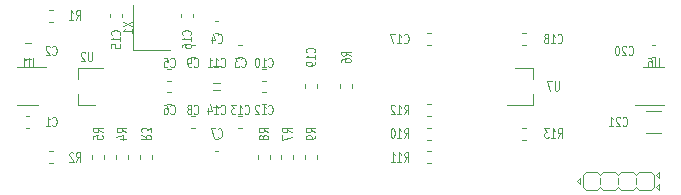
<source format=gbr>
G04 #@! TF.GenerationSoftware,KiCad,Pcbnew,(5.1.0)-1*
G04 #@! TF.CreationDate,2020-02-07T04:27:50-08:00*
G04 #@! TF.ProjectId,design,64657369-676e-42e6-9b69-6361645f7063,rev?*
G04 #@! TF.SameCoordinates,Original*
G04 #@! TF.FileFunction,Legend,Bot*
G04 #@! TF.FilePolarity,Positive*
%FSLAX46Y46*%
G04 Gerber Fmt 4.6, Leading zero omitted, Abs format (unit mm)*
G04 Created by KiCad (PCBNEW (5.1.0)-1) date 2020-02-07 04:27:50*
%MOMM*%
%LPD*%
G04 APERTURE LIST*
%ADD10C,0.120000*%
%ADD11C,0.100000*%
G04 APERTURE END LIST*
D10*
X200100000Y-54390000D02*
X201900000Y-54390000D01*
X201900000Y-57610000D02*
X199450000Y-57610000D01*
X200837221Y-53510000D02*
X201162779Y-53510000D01*
X200837221Y-52490000D02*
X201162779Y-52490000D01*
X154990000Y-50162779D02*
X154990000Y-49837221D01*
X156010000Y-50162779D02*
X156010000Y-49837221D01*
X162010000Y-50162779D02*
X162010000Y-49837221D01*
X160990000Y-50162779D02*
X160990000Y-49837221D01*
X160075000Y-52900000D02*
X156925000Y-52900000D01*
X156925000Y-52900000D02*
X156925000Y-49100000D01*
X175510000Y-55837221D02*
X175510000Y-56162779D01*
X174490000Y-55837221D02*
X174490000Y-56162779D01*
X189837221Y-60510000D02*
X190162779Y-60510000D01*
X189837221Y-59490000D02*
X190162779Y-59490000D01*
X165837221Y-53510000D02*
X166162779Y-53510000D01*
X165837221Y-52490000D02*
X166162779Y-52490000D01*
X163837221Y-50490000D02*
X164162779Y-50490000D01*
X163837221Y-51510000D02*
X164162779Y-51510000D01*
X159837221Y-55510000D02*
X160162779Y-55510000D01*
X159837221Y-54490000D02*
X160162779Y-54490000D01*
X159837221Y-57510000D02*
X160162779Y-57510000D01*
X159837221Y-56490000D02*
X160162779Y-56490000D01*
X163837221Y-60490000D02*
X164162779Y-60490000D01*
X163837221Y-61510000D02*
X164162779Y-61510000D01*
X161837221Y-58490000D02*
X162162779Y-58490000D01*
X161837221Y-59510000D02*
X162162779Y-59510000D01*
X167837221Y-55510000D02*
X168162779Y-55510000D01*
X167837221Y-54490000D02*
X168162779Y-54490000D01*
X164258578Y-54290000D02*
X163741422Y-54290000D01*
X164258578Y-55710000D02*
X163741422Y-55710000D01*
X153490000Y-62162779D02*
X153490000Y-61837221D01*
X154510000Y-62162779D02*
X154510000Y-61837221D01*
X156510000Y-62162779D02*
X156510000Y-61837221D01*
X155490000Y-62162779D02*
X155490000Y-61837221D01*
X158510000Y-62162779D02*
X158510000Y-61837221D01*
X157490000Y-62162779D02*
X157490000Y-61837221D01*
X162162779Y-53510000D02*
X161837221Y-53510000D01*
X162162779Y-52490000D02*
X161837221Y-52490000D01*
X167837221Y-57510000D02*
X168162779Y-57510000D01*
X167837221Y-56490000D02*
X168162779Y-56490000D01*
X165837221Y-58490000D02*
X166162779Y-58490000D01*
X165837221Y-59510000D02*
X166162779Y-59510000D01*
X164258578Y-57710000D02*
X163741422Y-57710000D01*
X164258578Y-56290000D02*
X163741422Y-56290000D01*
X182162779Y-57490000D02*
X181837221Y-57490000D01*
X182162779Y-58510000D02*
X181837221Y-58510000D01*
X182162779Y-62510000D02*
X181837221Y-62510000D01*
X182162779Y-61490000D02*
X181837221Y-61490000D01*
X182162779Y-60510000D02*
X181837221Y-60510000D01*
X182162779Y-59490000D02*
X181837221Y-59490000D01*
X172510000Y-62162779D02*
X172510000Y-61837221D01*
X171490000Y-62162779D02*
X171490000Y-61837221D01*
X167490000Y-62162779D02*
X167490000Y-61837221D01*
X168510000Y-62162779D02*
X168510000Y-61837221D01*
X170510000Y-62162779D02*
X170510000Y-61837221D01*
X169490000Y-62162779D02*
X169490000Y-61837221D01*
X147100000Y-54390000D02*
X149550000Y-54390000D01*
X148900000Y-57610000D02*
X147100000Y-57610000D01*
X147837221Y-58490000D02*
X148162779Y-58490000D01*
X147837221Y-59510000D02*
X148162779Y-59510000D01*
X147741422Y-53710000D02*
X148258578Y-53710000D01*
X147741422Y-52290000D02*
X148258578Y-52290000D01*
X190162779Y-51490000D02*
X189837221Y-51490000D01*
X190162779Y-52510000D02*
X189837221Y-52510000D01*
X181837221Y-51490000D02*
X182162779Y-51490000D01*
X181837221Y-52510000D02*
X182162779Y-52510000D01*
D11*
X201000000Y-64500000D02*
X200750000Y-64750000D01*
X200750000Y-64750000D02*
X199750000Y-64750000D01*
X199750000Y-64750000D02*
X199500000Y-64500000D01*
X199500000Y-64250000D02*
X199500000Y-63750000D01*
X199500000Y-63500000D02*
X199750000Y-63250000D01*
X200750000Y-63250000D02*
X201000000Y-63500000D01*
X199750000Y-63250000D02*
X200750000Y-63250000D01*
X201000000Y-63500000D02*
X201000000Y-64500000D01*
X199500000Y-64500000D02*
X199250000Y-64750000D01*
X198250000Y-64750000D02*
X198000000Y-64500000D01*
X198250000Y-63250000D02*
X199250000Y-63250000D01*
X199250000Y-63250000D02*
X199500000Y-63500000D01*
X198000000Y-63500000D02*
X198250000Y-63250000D01*
X199250000Y-64750000D02*
X198250000Y-64750000D01*
X198000000Y-64250000D02*
X198000000Y-63750000D01*
X198000000Y-64500000D02*
X197750000Y-64750000D01*
X196750000Y-64750000D02*
X196500000Y-64500000D01*
X196750000Y-63250000D02*
X197750000Y-63250000D01*
X197750000Y-63250000D02*
X198000000Y-63500000D01*
X196500000Y-63500000D02*
X196750000Y-63250000D01*
X197750000Y-64750000D02*
X196750000Y-64750000D01*
X196500000Y-64250000D02*
X196500000Y-63750000D01*
X196500000Y-64500000D02*
X196250000Y-64750000D01*
X195250000Y-64750000D02*
X195000000Y-64500000D01*
X195250000Y-63250000D02*
X196250000Y-63250000D01*
X196250000Y-63250000D02*
X196500000Y-63500000D01*
X195000000Y-63500000D02*
X195250000Y-63250000D01*
X196250000Y-64750000D02*
X195250000Y-64750000D01*
X195000000Y-64500000D02*
X195000000Y-63500000D01*
X201500000Y-63250000D02*
X201250000Y-63500000D01*
X201250000Y-63500000D02*
X201500000Y-63750000D01*
X201500000Y-63750000D02*
X201500000Y-63250000D01*
X201250000Y-64500000D02*
X201500000Y-64750000D01*
X201500000Y-64750000D02*
X201500000Y-64250000D01*
X201500000Y-64250000D02*
X201250000Y-64500000D01*
X194500000Y-64000000D02*
X194750000Y-64250000D01*
X194750000Y-64250000D02*
X194750000Y-63750000D01*
X194750000Y-63750000D02*
X194500000Y-64000000D01*
D10*
X171490000Y-55837221D02*
X171490000Y-56162779D01*
X172510000Y-55837221D02*
X172510000Y-56162779D01*
X190760000Y-54420000D02*
X190760000Y-55350000D01*
X190760000Y-57580000D02*
X190760000Y-56650000D01*
X190760000Y-57580000D02*
X188600000Y-57580000D01*
X190760000Y-54420000D02*
X189300000Y-54420000D01*
X201602064Y-58090000D02*
X200397936Y-58090000D01*
X201602064Y-59910000D02*
X200397936Y-59910000D01*
X149837221Y-61490000D02*
X150162779Y-61490000D01*
X149837221Y-62510000D02*
X150162779Y-62510000D01*
X149837221Y-50510000D02*
X150162779Y-50510000D01*
X149837221Y-49490000D02*
X150162779Y-49490000D01*
X152240000Y-57580000D02*
X152240000Y-56650000D01*
X152240000Y-54420000D02*
X152240000Y-55350000D01*
X152240000Y-54420000D02*
X154400000Y-54420000D01*
X152240000Y-57580000D02*
X153700000Y-57580000D01*
D11*
X201457142Y-53561904D02*
X201457142Y-54209523D01*
X201428571Y-54285714D01*
X201400000Y-54323809D01*
X201342857Y-54361904D01*
X201228571Y-54361904D01*
X201171428Y-54323809D01*
X201142857Y-54285714D01*
X201114285Y-54209523D01*
X201114285Y-53561904D01*
X200571428Y-53561904D02*
X200685714Y-53561904D01*
X200742857Y-53600000D01*
X200771428Y-53638095D01*
X200828571Y-53752380D01*
X200857142Y-53904761D01*
X200857142Y-54209523D01*
X200828571Y-54285714D01*
X200800000Y-54323809D01*
X200742857Y-54361904D01*
X200628571Y-54361904D01*
X200571428Y-54323809D01*
X200542857Y-54285714D01*
X200514285Y-54209523D01*
X200514285Y-54019047D01*
X200542857Y-53942857D01*
X200571428Y-53904761D01*
X200628571Y-53866666D01*
X200742857Y-53866666D01*
X200800000Y-53904761D01*
X200828571Y-53942857D01*
X200857142Y-54019047D01*
X198885714Y-53285714D02*
X198914285Y-53323809D01*
X199000000Y-53361904D01*
X199057142Y-53361904D01*
X199142857Y-53323809D01*
X199200000Y-53247619D01*
X199228571Y-53171428D01*
X199257142Y-53019047D01*
X199257142Y-52904761D01*
X199228571Y-52752380D01*
X199200000Y-52676190D01*
X199142857Y-52600000D01*
X199057142Y-52561904D01*
X199000000Y-52561904D01*
X198914285Y-52600000D01*
X198885714Y-52638095D01*
X198657142Y-52638095D02*
X198628571Y-52600000D01*
X198571428Y-52561904D01*
X198428571Y-52561904D01*
X198371428Y-52600000D01*
X198342857Y-52638095D01*
X198314285Y-52714285D01*
X198314285Y-52790476D01*
X198342857Y-52904761D01*
X198685714Y-53361904D01*
X198314285Y-53361904D01*
X197942857Y-52561904D02*
X197885714Y-52561904D01*
X197828571Y-52600000D01*
X197800000Y-52638095D01*
X197771428Y-52714285D01*
X197742857Y-52866666D01*
X197742857Y-53057142D01*
X197771428Y-53209523D01*
X197800000Y-53285714D01*
X197828571Y-53323809D01*
X197885714Y-53361904D01*
X197942857Y-53361904D01*
X198000000Y-53323809D01*
X198028571Y-53285714D01*
X198057142Y-53209523D01*
X198085714Y-53057142D01*
X198085714Y-52866666D01*
X198057142Y-52714285D01*
X198028571Y-52638095D01*
X198000000Y-52600000D01*
X197942857Y-52561904D01*
X155785714Y-51614285D02*
X155823809Y-51585714D01*
X155861904Y-51500000D01*
X155861904Y-51442857D01*
X155823809Y-51357142D01*
X155747619Y-51300000D01*
X155671428Y-51271428D01*
X155519047Y-51242857D01*
X155404761Y-51242857D01*
X155252380Y-51271428D01*
X155176190Y-51300000D01*
X155100000Y-51357142D01*
X155061904Y-51442857D01*
X155061904Y-51500000D01*
X155100000Y-51585714D01*
X155138095Y-51614285D01*
X155861904Y-52185714D02*
X155861904Y-51842857D01*
X155861904Y-52014285D02*
X155061904Y-52014285D01*
X155176190Y-51957142D01*
X155252380Y-51900000D01*
X155290476Y-51842857D01*
X155061904Y-52728571D02*
X155061904Y-52442857D01*
X155442857Y-52414285D01*
X155404761Y-52442857D01*
X155366666Y-52500000D01*
X155366666Y-52642857D01*
X155404761Y-52700000D01*
X155442857Y-52728571D01*
X155519047Y-52757142D01*
X155709523Y-52757142D01*
X155785714Y-52728571D01*
X155823809Y-52700000D01*
X155861904Y-52642857D01*
X155861904Y-52500000D01*
X155823809Y-52442857D01*
X155785714Y-52414285D01*
X161785714Y-51614285D02*
X161823809Y-51585714D01*
X161861904Y-51500000D01*
X161861904Y-51442857D01*
X161823809Y-51357142D01*
X161747619Y-51300000D01*
X161671428Y-51271428D01*
X161519047Y-51242857D01*
X161404761Y-51242857D01*
X161252380Y-51271428D01*
X161176190Y-51300000D01*
X161100000Y-51357142D01*
X161061904Y-51442857D01*
X161061904Y-51500000D01*
X161100000Y-51585714D01*
X161138095Y-51614285D01*
X161861904Y-52185714D02*
X161861904Y-51842857D01*
X161861904Y-52014285D02*
X161061904Y-52014285D01*
X161176190Y-51957142D01*
X161252380Y-51900000D01*
X161290476Y-51842857D01*
X161061904Y-52700000D02*
X161061904Y-52585714D01*
X161100000Y-52528571D01*
X161138095Y-52500000D01*
X161252380Y-52442857D01*
X161404761Y-52414285D01*
X161709523Y-52414285D01*
X161785714Y-52442857D01*
X161823809Y-52471428D01*
X161861904Y-52528571D01*
X161861904Y-52642857D01*
X161823809Y-52700000D01*
X161785714Y-52728571D01*
X161709523Y-52757142D01*
X161519047Y-52757142D01*
X161442857Y-52728571D01*
X161404761Y-52700000D01*
X161366666Y-52642857D01*
X161366666Y-52528571D01*
X161404761Y-52471428D01*
X161442857Y-52442857D01*
X161519047Y-52414285D01*
X156061904Y-50514285D02*
X156861904Y-50914285D01*
X156061904Y-50914285D02*
X156861904Y-50514285D01*
X156861904Y-51457142D02*
X156861904Y-51114285D01*
X156861904Y-51285714D02*
X156061904Y-51285714D01*
X156176190Y-51228571D01*
X156252380Y-51171428D01*
X156290476Y-51114285D01*
X175361904Y-53400000D02*
X174980952Y-53200000D01*
X175361904Y-53057142D02*
X174561904Y-53057142D01*
X174561904Y-53285714D01*
X174600000Y-53342857D01*
X174638095Y-53371428D01*
X174714285Y-53400000D01*
X174828571Y-53400000D01*
X174904761Y-53371428D01*
X174942857Y-53342857D01*
X174980952Y-53285714D01*
X174980952Y-53057142D01*
X174561904Y-53914285D02*
X174561904Y-53800000D01*
X174600000Y-53742857D01*
X174638095Y-53714285D01*
X174752380Y-53657142D01*
X174904761Y-53628571D01*
X175209523Y-53628571D01*
X175285714Y-53657142D01*
X175323809Y-53685714D01*
X175361904Y-53742857D01*
X175361904Y-53857142D01*
X175323809Y-53914285D01*
X175285714Y-53942857D01*
X175209523Y-53971428D01*
X175019047Y-53971428D01*
X174942857Y-53942857D01*
X174904761Y-53914285D01*
X174866666Y-53857142D01*
X174866666Y-53742857D01*
X174904761Y-53685714D01*
X174942857Y-53657142D01*
X175019047Y-53628571D01*
X192885714Y-60361904D02*
X193085714Y-59980952D01*
X193228571Y-60361904D02*
X193228571Y-59561904D01*
X193000000Y-59561904D01*
X192942857Y-59600000D01*
X192914285Y-59638095D01*
X192885714Y-59714285D01*
X192885714Y-59828571D01*
X192914285Y-59904761D01*
X192942857Y-59942857D01*
X193000000Y-59980952D01*
X193228571Y-59980952D01*
X192314285Y-60361904D02*
X192657142Y-60361904D01*
X192485714Y-60361904D02*
X192485714Y-59561904D01*
X192542857Y-59676190D01*
X192600000Y-59752380D01*
X192657142Y-59790476D01*
X192114285Y-59561904D02*
X191742857Y-59561904D01*
X191942857Y-59866666D01*
X191857142Y-59866666D01*
X191800000Y-59904761D01*
X191771428Y-59942857D01*
X191742857Y-60019047D01*
X191742857Y-60209523D01*
X191771428Y-60285714D01*
X191800000Y-60323809D01*
X191857142Y-60361904D01*
X192028571Y-60361904D01*
X192085714Y-60323809D01*
X192114285Y-60285714D01*
X166100000Y-54285714D02*
X166128571Y-54323809D01*
X166214285Y-54361904D01*
X166271428Y-54361904D01*
X166357142Y-54323809D01*
X166414285Y-54247619D01*
X166442857Y-54171428D01*
X166471428Y-54019047D01*
X166471428Y-53904761D01*
X166442857Y-53752380D01*
X166414285Y-53676190D01*
X166357142Y-53600000D01*
X166271428Y-53561904D01*
X166214285Y-53561904D01*
X166128571Y-53600000D01*
X166100000Y-53638095D01*
X165900000Y-53561904D02*
X165528571Y-53561904D01*
X165728571Y-53866666D01*
X165642857Y-53866666D01*
X165585714Y-53904761D01*
X165557142Y-53942857D01*
X165528571Y-54019047D01*
X165528571Y-54209523D01*
X165557142Y-54285714D01*
X165585714Y-54323809D01*
X165642857Y-54361904D01*
X165814285Y-54361904D01*
X165871428Y-54323809D01*
X165900000Y-54285714D01*
X164100000Y-52285714D02*
X164128571Y-52323809D01*
X164214285Y-52361904D01*
X164271428Y-52361904D01*
X164357142Y-52323809D01*
X164414285Y-52247619D01*
X164442857Y-52171428D01*
X164471428Y-52019047D01*
X164471428Y-51904761D01*
X164442857Y-51752380D01*
X164414285Y-51676190D01*
X164357142Y-51600000D01*
X164271428Y-51561904D01*
X164214285Y-51561904D01*
X164128571Y-51600000D01*
X164100000Y-51638095D01*
X163585714Y-51828571D02*
X163585714Y-52361904D01*
X163728571Y-51523809D02*
X163871428Y-52095238D01*
X163500000Y-52095238D01*
X160100000Y-54285714D02*
X160128571Y-54323809D01*
X160214285Y-54361904D01*
X160271428Y-54361904D01*
X160357142Y-54323809D01*
X160414285Y-54247619D01*
X160442857Y-54171428D01*
X160471428Y-54019047D01*
X160471428Y-53904761D01*
X160442857Y-53752380D01*
X160414285Y-53676190D01*
X160357142Y-53600000D01*
X160271428Y-53561904D01*
X160214285Y-53561904D01*
X160128571Y-53600000D01*
X160100000Y-53638095D01*
X159557142Y-53561904D02*
X159842857Y-53561904D01*
X159871428Y-53942857D01*
X159842857Y-53904761D01*
X159785714Y-53866666D01*
X159642857Y-53866666D01*
X159585714Y-53904761D01*
X159557142Y-53942857D01*
X159528571Y-54019047D01*
X159528571Y-54209523D01*
X159557142Y-54285714D01*
X159585714Y-54323809D01*
X159642857Y-54361904D01*
X159785714Y-54361904D01*
X159842857Y-54323809D01*
X159871428Y-54285714D01*
X160100000Y-58285714D02*
X160128571Y-58323809D01*
X160214285Y-58361904D01*
X160271428Y-58361904D01*
X160357142Y-58323809D01*
X160414285Y-58247619D01*
X160442857Y-58171428D01*
X160471428Y-58019047D01*
X160471428Y-57904761D01*
X160442857Y-57752380D01*
X160414285Y-57676190D01*
X160357142Y-57600000D01*
X160271428Y-57561904D01*
X160214285Y-57561904D01*
X160128571Y-57600000D01*
X160100000Y-57638095D01*
X159585714Y-57561904D02*
X159700000Y-57561904D01*
X159757142Y-57600000D01*
X159785714Y-57638095D01*
X159842857Y-57752380D01*
X159871428Y-57904761D01*
X159871428Y-58209523D01*
X159842857Y-58285714D01*
X159814285Y-58323809D01*
X159757142Y-58361904D01*
X159642857Y-58361904D01*
X159585714Y-58323809D01*
X159557142Y-58285714D01*
X159528571Y-58209523D01*
X159528571Y-58019047D01*
X159557142Y-57942857D01*
X159585714Y-57904761D01*
X159642857Y-57866666D01*
X159757142Y-57866666D01*
X159814285Y-57904761D01*
X159842857Y-57942857D01*
X159871428Y-58019047D01*
X164100000Y-60285714D02*
X164128571Y-60323809D01*
X164214285Y-60361904D01*
X164271428Y-60361904D01*
X164357142Y-60323809D01*
X164414285Y-60247619D01*
X164442857Y-60171428D01*
X164471428Y-60019047D01*
X164471428Y-59904761D01*
X164442857Y-59752380D01*
X164414285Y-59676190D01*
X164357142Y-59600000D01*
X164271428Y-59561904D01*
X164214285Y-59561904D01*
X164128571Y-59600000D01*
X164100000Y-59638095D01*
X163900000Y-59561904D02*
X163500000Y-59561904D01*
X163757142Y-60361904D01*
X162100000Y-58285714D02*
X162128571Y-58323809D01*
X162214285Y-58361904D01*
X162271428Y-58361904D01*
X162357142Y-58323809D01*
X162414285Y-58247619D01*
X162442857Y-58171428D01*
X162471428Y-58019047D01*
X162471428Y-57904761D01*
X162442857Y-57752380D01*
X162414285Y-57676190D01*
X162357142Y-57600000D01*
X162271428Y-57561904D01*
X162214285Y-57561904D01*
X162128571Y-57600000D01*
X162100000Y-57638095D01*
X161757142Y-57904761D02*
X161814285Y-57866666D01*
X161842857Y-57828571D01*
X161871428Y-57752380D01*
X161871428Y-57714285D01*
X161842857Y-57638095D01*
X161814285Y-57600000D01*
X161757142Y-57561904D01*
X161642857Y-57561904D01*
X161585714Y-57600000D01*
X161557142Y-57638095D01*
X161528571Y-57714285D01*
X161528571Y-57752380D01*
X161557142Y-57828571D01*
X161585714Y-57866666D01*
X161642857Y-57904761D01*
X161757142Y-57904761D01*
X161814285Y-57942857D01*
X161842857Y-57980952D01*
X161871428Y-58057142D01*
X161871428Y-58209523D01*
X161842857Y-58285714D01*
X161814285Y-58323809D01*
X161757142Y-58361904D01*
X161642857Y-58361904D01*
X161585714Y-58323809D01*
X161557142Y-58285714D01*
X161528571Y-58209523D01*
X161528571Y-58057142D01*
X161557142Y-57980952D01*
X161585714Y-57942857D01*
X161642857Y-57904761D01*
X168385714Y-54285714D02*
X168414285Y-54323809D01*
X168500000Y-54361904D01*
X168557142Y-54361904D01*
X168642857Y-54323809D01*
X168700000Y-54247619D01*
X168728571Y-54171428D01*
X168757142Y-54019047D01*
X168757142Y-53904761D01*
X168728571Y-53752380D01*
X168700000Y-53676190D01*
X168642857Y-53600000D01*
X168557142Y-53561904D01*
X168500000Y-53561904D01*
X168414285Y-53600000D01*
X168385714Y-53638095D01*
X167814285Y-54361904D02*
X168157142Y-54361904D01*
X167985714Y-54361904D02*
X167985714Y-53561904D01*
X168042857Y-53676190D01*
X168100000Y-53752380D01*
X168157142Y-53790476D01*
X167442857Y-53561904D02*
X167385714Y-53561904D01*
X167328571Y-53600000D01*
X167300000Y-53638095D01*
X167271428Y-53714285D01*
X167242857Y-53866666D01*
X167242857Y-54057142D01*
X167271428Y-54209523D01*
X167300000Y-54285714D01*
X167328571Y-54323809D01*
X167385714Y-54361904D01*
X167442857Y-54361904D01*
X167500000Y-54323809D01*
X167528571Y-54285714D01*
X167557142Y-54209523D01*
X167585714Y-54057142D01*
X167585714Y-53866666D01*
X167557142Y-53714285D01*
X167528571Y-53638095D01*
X167500000Y-53600000D01*
X167442857Y-53561904D01*
X164385714Y-54285714D02*
X164414285Y-54323809D01*
X164500000Y-54361904D01*
X164557142Y-54361904D01*
X164642857Y-54323809D01*
X164700000Y-54247619D01*
X164728571Y-54171428D01*
X164757142Y-54019047D01*
X164757142Y-53904761D01*
X164728571Y-53752380D01*
X164700000Y-53676190D01*
X164642857Y-53600000D01*
X164557142Y-53561904D01*
X164500000Y-53561904D01*
X164414285Y-53600000D01*
X164385714Y-53638095D01*
X163814285Y-54361904D02*
X164157142Y-54361904D01*
X163985714Y-54361904D02*
X163985714Y-53561904D01*
X164042857Y-53676190D01*
X164100000Y-53752380D01*
X164157142Y-53790476D01*
X163242857Y-54361904D02*
X163585714Y-54361904D01*
X163414285Y-54361904D02*
X163414285Y-53561904D01*
X163471428Y-53676190D01*
X163528571Y-53752380D01*
X163585714Y-53790476D01*
X154361904Y-59900000D02*
X153980952Y-59700000D01*
X154361904Y-59557142D02*
X153561904Y-59557142D01*
X153561904Y-59785714D01*
X153600000Y-59842857D01*
X153638095Y-59871428D01*
X153714285Y-59900000D01*
X153828571Y-59900000D01*
X153904761Y-59871428D01*
X153942857Y-59842857D01*
X153980952Y-59785714D01*
X153980952Y-59557142D01*
X153561904Y-60442857D02*
X153561904Y-60157142D01*
X153942857Y-60128571D01*
X153904761Y-60157142D01*
X153866666Y-60214285D01*
X153866666Y-60357142D01*
X153904761Y-60414285D01*
X153942857Y-60442857D01*
X154019047Y-60471428D01*
X154209523Y-60471428D01*
X154285714Y-60442857D01*
X154323809Y-60414285D01*
X154361904Y-60357142D01*
X154361904Y-60214285D01*
X154323809Y-60157142D01*
X154285714Y-60128571D01*
X156361904Y-59900000D02*
X155980952Y-59700000D01*
X156361904Y-59557142D02*
X155561904Y-59557142D01*
X155561904Y-59785714D01*
X155600000Y-59842857D01*
X155638095Y-59871428D01*
X155714285Y-59900000D01*
X155828571Y-59900000D01*
X155904761Y-59871428D01*
X155942857Y-59842857D01*
X155980952Y-59785714D01*
X155980952Y-59557142D01*
X155828571Y-60414285D02*
X156361904Y-60414285D01*
X155523809Y-60271428D02*
X156095238Y-60128571D01*
X156095238Y-60500000D01*
X157638095Y-60100000D02*
X158019047Y-60300000D01*
X157638095Y-60442857D02*
X158438095Y-60442857D01*
X158438095Y-60214285D01*
X158400000Y-60157142D01*
X158361904Y-60128571D01*
X158285714Y-60100000D01*
X158171428Y-60100000D01*
X158095238Y-60128571D01*
X158057142Y-60157142D01*
X158019047Y-60214285D01*
X158019047Y-60442857D01*
X158438095Y-59900000D02*
X158438095Y-59528571D01*
X158133333Y-59728571D01*
X158133333Y-59642857D01*
X158095238Y-59585714D01*
X158057142Y-59557142D01*
X157980952Y-59528571D01*
X157790476Y-59528571D01*
X157714285Y-59557142D01*
X157676190Y-59585714D01*
X157638095Y-59642857D01*
X157638095Y-59814285D01*
X157676190Y-59871428D01*
X157714285Y-59900000D01*
X162100000Y-54285714D02*
X162128571Y-54323809D01*
X162214285Y-54361904D01*
X162271428Y-54361904D01*
X162357142Y-54323809D01*
X162414285Y-54247619D01*
X162442857Y-54171428D01*
X162471428Y-54019047D01*
X162471428Y-53904761D01*
X162442857Y-53752380D01*
X162414285Y-53676190D01*
X162357142Y-53600000D01*
X162271428Y-53561904D01*
X162214285Y-53561904D01*
X162128571Y-53600000D01*
X162100000Y-53638095D01*
X161814285Y-54361904D02*
X161700000Y-54361904D01*
X161642857Y-54323809D01*
X161614285Y-54285714D01*
X161557142Y-54171428D01*
X161528571Y-54019047D01*
X161528571Y-53714285D01*
X161557142Y-53638095D01*
X161585714Y-53600000D01*
X161642857Y-53561904D01*
X161757142Y-53561904D01*
X161814285Y-53600000D01*
X161842857Y-53638095D01*
X161871428Y-53714285D01*
X161871428Y-53904761D01*
X161842857Y-53980952D01*
X161814285Y-54019047D01*
X161757142Y-54057142D01*
X161642857Y-54057142D01*
X161585714Y-54019047D01*
X161557142Y-53980952D01*
X161528571Y-53904761D01*
X168385714Y-58285714D02*
X168414285Y-58323809D01*
X168500000Y-58361904D01*
X168557142Y-58361904D01*
X168642857Y-58323809D01*
X168700000Y-58247619D01*
X168728571Y-58171428D01*
X168757142Y-58019047D01*
X168757142Y-57904761D01*
X168728571Y-57752380D01*
X168700000Y-57676190D01*
X168642857Y-57600000D01*
X168557142Y-57561904D01*
X168500000Y-57561904D01*
X168414285Y-57600000D01*
X168385714Y-57638095D01*
X167814285Y-58361904D02*
X168157142Y-58361904D01*
X167985714Y-58361904D02*
X167985714Y-57561904D01*
X168042857Y-57676190D01*
X168100000Y-57752380D01*
X168157142Y-57790476D01*
X167585714Y-57638095D02*
X167557142Y-57600000D01*
X167500000Y-57561904D01*
X167357142Y-57561904D01*
X167300000Y-57600000D01*
X167271428Y-57638095D01*
X167242857Y-57714285D01*
X167242857Y-57790476D01*
X167271428Y-57904761D01*
X167614285Y-58361904D01*
X167242857Y-58361904D01*
X166385714Y-58285714D02*
X166414285Y-58323809D01*
X166500000Y-58361904D01*
X166557142Y-58361904D01*
X166642857Y-58323809D01*
X166700000Y-58247619D01*
X166728571Y-58171428D01*
X166757142Y-58019047D01*
X166757142Y-57904761D01*
X166728571Y-57752380D01*
X166700000Y-57676190D01*
X166642857Y-57600000D01*
X166557142Y-57561904D01*
X166500000Y-57561904D01*
X166414285Y-57600000D01*
X166385714Y-57638095D01*
X165814285Y-58361904D02*
X166157142Y-58361904D01*
X165985714Y-58361904D02*
X165985714Y-57561904D01*
X166042857Y-57676190D01*
X166100000Y-57752380D01*
X166157142Y-57790476D01*
X165614285Y-57561904D02*
X165242857Y-57561904D01*
X165442857Y-57866666D01*
X165357142Y-57866666D01*
X165300000Y-57904761D01*
X165271428Y-57942857D01*
X165242857Y-58019047D01*
X165242857Y-58209523D01*
X165271428Y-58285714D01*
X165300000Y-58323809D01*
X165357142Y-58361904D01*
X165528571Y-58361904D01*
X165585714Y-58323809D01*
X165614285Y-58285714D01*
X164385714Y-58285714D02*
X164414285Y-58323809D01*
X164500000Y-58361904D01*
X164557142Y-58361904D01*
X164642857Y-58323809D01*
X164700000Y-58247619D01*
X164728571Y-58171428D01*
X164757142Y-58019047D01*
X164757142Y-57904761D01*
X164728571Y-57752380D01*
X164700000Y-57676190D01*
X164642857Y-57600000D01*
X164557142Y-57561904D01*
X164500000Y-57561904D01*
X164414285Y-57600000D01*
X164385714Y-57638095D01*
X163814285Y-58361904D02*
X164157142Y-58361904D01*
X163985714Y-58361904D02*
X163985714Y-57561904D01*
X164042857Y-57676190D01*
X164100000Y-57752380D01*
X164157142Y-57790476D01*
X163300000Y-57828571D02*
X163300000Y-58361904D01*
X163442857Y-57523809D02*
X163585714Y-58095238D01*
X163214285Y-58095238D01*
X179885714Y-58361904D02*
X180085714Y-57980952D01*
X180228571Y-58361904D02*
X180228571Y-57561904D01*
X180000000Y-57561904D01*
X179942857Y-57600000D01*
X179914285Y-57638095D01*
X179885714Y-57714285D01*
X179885714Y-57828571D01*
X179914285Y-57904761D01*
X179942857Y-57942857D01*
X180000000Y-57980952D01*
X180228571Y-57980952D01*
X179314285Y-58361904D02*
X179657142Y-58361904D01*
X179485714Y-58361904D02*
X179485714Y-57561904D01*
X179542857Y-57676190D01*
X179600000Y-57752380D01*
X179657142Y-57790476D01*
X179085714Y-57638095D02*
X179057142Y-57600000D01*
X179000000Y-57561904D01*
X178857142Y-57561904D01*
X178800000Y-57600000D01*
X178771428Y-57638095D01*
X178742857Y-57714285D01*
X178742857Y-57790476D01*
X178771428Y-57904761D01*
X179114285Y-58361904D01*
X178742857Y-58361904D01*
X179885714Y-62361904D02*
X180085714Y-61980952D01*
X180228571Y-62361904D02*
X180228571Y-61561904D01*
X180000000Y-61561904D01*
X179942857Y-61600000D01*
X179914285Y-61638095D01*
X179885714Y-61714285D01*
X179885714Y-61828571D01*
X179914285Y-61904761D01*
X179942857Y-61942857D01*
X180000000Y-61980952D01*
X180228571Y-61980952D01*
X179314285Y-62361904D02*
X179657142Y-62361904D01*
X179485714Y-62361904D02*
X179485714Y-61561904D01*
X179542857Y-61676190D01*
X179600000Y-61752380D01*
X179657142Y-61790476D01*
X178742857Y-62361904D02*
X179085714Y-62361904D01*
X178914285Y-62361904D02*
X178914285Y-61561904D01*
X178971428Y-61676190D01*
X179028571Y-61752380D01*
X179085714Y-61790476D01*
X179885714Y-60361904D02*
X180085714Y-59980952D01*
X180228571Y-60361904D02*
X180228571Y-59561904D01*
X180000000Y-59561904D01*
X179942857Y-59600000D01*
X179914285Y-59638095D01*
X179885714Y-59714285D01*
X179885714Y-59828571D01*
X179914285Y-59904761D01*
X179942857Y-59942857D01*
X180000000Y-59980952D01*
X180228571Y-59980952D01*
X179314285Y-60361904D02*
X179657142Y-60361904D01*
X179485714Y-60361904D02*
X179485714Y-59561904D01*
X179542857Y-59676190D01*
X179600000Y-59752380D01*
X179657142Y-59790476D01*
X178942857Y-59561904D02*
X178885714Y-59561904D01*
X178828571Y-59600000D01*
X178800000Y-59638095D01*
X178771428Y-59714285D01*
X178742857Y-59866666D01*
X178742857Y-60057142D01*
X178771428Y-60209523D01*
X178800000Y-60285714D01*
X178828571Y-60323809D01*
X178885714Y-60361904D01*
X178942857Y-60361904D01*
X179000000Y-60323809D01*
X179028571Y-60285714D01*
X179057142Y-60209523D01*
X179085714Y-60057142D01*
X179085714Y-59866666D01*
X179057142Y-59714285D01*
X179028571Y-59638095D01*
X179000000Y-59600000D01*
X178942857Y-59561904D01*
X172361904Y-59900000D02*
X171980952Y-59700000D01*
X172361904Y-59557142D02*
X171561904Y-59557142D01*
X171561904Y-59785714D01*
X171600000Y-59842857D01*
X171638095Y-59871428D01*
X171714285Y-59900000D01*
X171828571Y-59900000D01*
X171904761Y-59871428D01*
X171942857Y-59842857D01*
X171980952Y-59785714D01*
X171980952Y-59557142D01*
X172361904Y-60185714D02*
X172361904Y-60300000D01*
X172323809Y-60357142D01*
X172285714Y-60385714D01*
X172171428Y-60442857D01*
X172019047Y-60471428D01*
X171714285Y-60471428D01*
X171638095Y-60442857D01*
X171600000Y-60414285D01*
X171561904Y-60357142D01*
X171561904Y-60242857D01*
X171600000Y-60185714D01*
X171638095Y-60157142D01*
X171714285Y-60128571D01*
X171904761Y-60128571D01*
X171980952Y-60157142D01*
X172019047Y-60185714D01*
X172057142Y-60242857D01*
X172057142Y-60357142D01*
X172019047Y-60414285D01*
X171980952Y-60442857D01*
X171904761Y-60471428D01*
X168361904Y-59900000D02*
X167980952Y-59700000D01*
X168361904Y-59557142D02*
X167561904Y-59557142D01*
X167561904Y-59785714D01*
X167600000Y-59842857D01*
X167638095Y-59871428D01*
X167714285Y-59900000D01*
X167828571Y-59900000D01*
X167904761Y-59871428D01*
X167942857Y-59842857D01*
X167980952Y-59785714D01*
X167980952Y-59557142D01*
X167904761Y-60242857D02*
X167866666Y-60185714D01*
X167828571Y-60157142D01*
X167752380Y-60128571D01*
X167714285Y-60128571D01*
X167638095Y-60157142D01*
X167600000Y-60185714D01*
X167561904Y-60242857D01*
X167561904Y-60357142D01*
X167600000Y-60414285D01*
X167638095Y-60442857D01*
X167714285Y-60471428D01*
X167752380Y-60471428D01*
X167828571Y-60442857D01*
X167866666Y-60414285D01*
X167904761Y-60357142D01*
X167904761Y-60242857D01*
X167942857Y-60185714D01*
X167980952Y-60157142D01*
X168057142Y-60128571D01*
X168209523Y-60128571D01*
X168285714Y-60157142D01*
X168323809Y-60185714D01*
X168361904Y-60242857D01*
X168361904Y-60357142D01*
X168323809Y-60414285D01*
X168285714Y-60442857D01*
X168209523Y-60471428D01*
X168057142Y-60471428D01*
X167980952Y-60442857D01*
X167942857Y-60414285D01*
X167904761Y-60357142D01*
X170361904Y-59900000D02*
X169980952Y-59700000D01*
X170361904Y-59557142D02*
X169561904Y-59557142D01*
X169561904Y-59785714D01*
X169600000Y-59842857D01*
X169638095Y-59871428D01*
X169714285Y-59900000D01*
X169828571Y-59900000D01*
X169904761Y-59871428D01*
X169942857Y-59842857D01*
X169980952Y-59785714D01*
X169980952Y-59557142D01*
X169561904Y-60100000D02*
X169561904Y-60500000D01*
X170361904Y-60242857D01*
X148457142Y-53561904D02*
X148457142Y-54209523D01*
X148428571Y-54285714D01*
X148400000Y-54323809D01*
X148342857Y-54361904D01*
X148228571Y-54361904D01*
X148171428Y-54323809D01*
X148142857Y-54285714D01*
X148114285Y-54209523D01*
X148114285Y-53561904D01*
X147514285Y-54361904D02*
X147857142Y-54361904D01*
X147685714Y-54361904D02*
X147685714Y-53561904D01*
X147742857Y-53676190D01*
X147800000Y-53752380D01*
X147857142Y-53790476D01*
X150100000Y-59285714D02*
X150128571Y-59323809D01*
X150214285Y-59361904D01*
X150271428Y-59361904D01*
X150357142Y-59323809D01*
X150414285Y-59247619D01*
X150442857Y-59171428D01*
X150471428Y-59019047D01*
X150471428Y-58904761D01*
X150442857Y-58752380D01*
X150414285Y-58676190D01*
X150357142Y-58600000D01*
X150271428Y-58561904D01*
X150214285Y-58561904D01*
X150128571Y-58600000D01*
X150100000Y-58638095D01*
X149528571Y-59361904D02*
X149871428Y-59361904D01*
X149700000Y-59361904D02*
X149700000Y-58561904D01*
X149757142Y-58676190D01*
X149814285Y-58752380D01*
X149871428Y-58790476D01*
X150100000Y-53285714D02*
X150128571Y-53323809D01*
X150214285Y-53361904D01*
X150271428Y-53361904D01*
X150357142Y-53323809D01*
X150414285Y-53247619D01*
X150442857Y-53171428D01*
X150471428Y-53019047D01*
X150471428Y-52904761D01*
X150442857Y-52752380D01*
X150414285Y-52676190D01*
X150357142Y-52600000D01*
X150271428Y-52561904D01*
X150214285Y-52561904D01*
X150128571Y-52600000D01*
X150100000Y-52638095D01*
X149871428Y-52638095D02*
X149842857Y-52600000D01*
X149785714Y-52561904D01*
X149642857Y-52561904D01*
X149585714Y-52600000D01*
X149557142Y-52638095D01*
X149528571Y-52714285D01*
X149528571Y-52790476D01*
X149557142Y-52904761D01*
X149900000Y-53361904D01*
X149528571Y-53361904D01*
X192885714Y-52285714D02*
X192914285Y-52323809D01*
X193000000Y-52361904D01*
X193057142Y-52361904D01*
X193142857Y-52323809D01*
X193200000Y-52247619D01*
X193228571Y-52171428D01*
X193257142Y-52019047D01*
X193257142Y-51904761D01*
X193228571Y-51752380D01*
X193200000Y-51676190D01*
X193142857Y-51600000D01*
X193057142Y-51561904D01*
X193000000Y-51561904D01*
X192914285Y-51600000D01*
X192885714Y-51638095D01*
X192314285Y-52361904D02*
X192657142Y-52361904D01*
X192485714Y-52361904D02*
X192485714Y-51561904D01*
X192542857Y-51676190D01*
X192600000Y-51752380D01*
X192657142Y-51790476D01*
X191971428Y-51904761D02*
X192028571Y-51866666D01*
X192057142Y-51828571D01*
X192085714Y-51752380D01*
X192085714Y-51714285D01*
X192057142Y-51638095D01*
X192028571Y-51600000D01*
X191971428Y-51561904D01*
X191857142Y-51561904D01*
X191800000Y-51600000D01*
X191771428Y-51638095D01*
X191742857Y-51714285D01*
X191742857Y-51752380D01*
X191771428Y-51828571D01*
X191800000Y-51866666D01*
X191857142Y-51904761D01*
X191971428Y-51904761D01*
X192028571Y-51942857D01*
X192057142Y-51980952D01*
X192085714Y-52057142D01*
X192085714Y-52209523D01*
X192057142Y-52285714D01*
X192028571Y-52323809D01*
X191971428Y-52361904D01*
X191857142Y-52361904D01*
X191800000Y-52323809D01*
X191771428Y-52285714D01*
X191742857Y-52209523D01*
X191742857Y-52057142D01*
X191771428Y-51980952D01*
X191800000Y-51942857D01*
X191857142Y-51904761D01*
X179885714Y-52285714D02*
X179914285Y-52323809D01*
X180000000Y-52361904D01*
X180057142Y-52361904D01*
X180142857Y-52323809D01*
X180200000Y-52247619D01*
X180228571Y-52171428D01*
X180257142Y-52019047D01*
X180257142Y-51904761D01*
X180228571Y-51752380D01*
X180200000Y-51676190D01*
X180142857Y-51600000D01*
X180057142Y-51561904D01*
X180000000Y-51561904D01*
X179914285Y-51600000D01*
X179885714Y-51638095D01*
X179314285Y-52361904D02*
X179657142Y-52361904D01*
X179485714Y-52361904D02*
X179485714Y-51561904D01*
X179542857Y-51676190D01*
X179600000Y-51752380D01*
X179657142Y-51790476D01*
X179114285Y-51561904D02*
X178714285Y-51561904D01*
X178971428Y-52361904D01*
X172285714Y-53114285D02*
X172323809Y-53085714D01*
X172361904Y-53000000D01*
X172361904Y-52942857D01*
X172323809Y-52857142D01*
X172247619Y-52800000D01*
X172171428Y-52771428D01*
X172019047Y-52742857D01*
X171904761Y-52742857D01*
X171752380Y-52771428D01*
X171676190Y-52800000D01*
X171600000Y-52857142D01*
X171561904Y-52942857D01*
X171561904Y-53000000D01*
X171600000Y-53085714D01*
X171638095Y-53114285D01*
X172361904Y-53685714D02*
X172361904Y-53342857D01*
X172361904Y-53514285D02*
X171561904Y-53514285D01*
X171676190Y-53457142D01*
X171752380Y-53400000D01*
X171790476Y-53342857D01*
X172361904Y-53971428D02*
X172361904Y-54085714D01*
X172323809Y-54142857D01*
X172285714Y-54171428D01*
X172171428Y-54228571D01*
X172019047Y-54257142D01*
X171714285Y-54257142D01*
X171638095Y-54228571D01*
X171600000Y-54200000D01*
X171561904Y-54142857D01*
X171561904Y-54028571D01*
X171600000Y-53971428D01*
X171638095Y-53942857D01*
X171714285Y-53914285D01*
X171904761Y-53914285D01*
X171980952Y-53942857D01*
X172019047Y-53971428D01*
X172057142Y-54028571D01*
X172057142Y-54142857D01*
X172019047Y-54200000D01*
X171980952Y-54228571D01*
X171904761Y-54257142D01*
X192957142Y-55561904D02*
X192957142Y-56209523D01*
X192928571Y-56285714D01*
X192900000Y-56323809D01*
X192842857Y-56361904D01*
X192728571Y-56361904D01*
X192671428Y-56323809D01*
X192642857Y-56285714D01*
X192614285Y-56209523D01*
X192614285Y-55561904D01*
X192385714Y-55561904D02*
X191985714Y-55561904D01*
X192242857Y-56361904D01*
X198385714Y-59285714D02*
X198414285Y-59323809D01*
X198500000Y-59361904D01*
X198557142Y-59361904D01*
X198642857Y-59323809D01*
X198700000Y-59247619D01*
X198728571Y-59171428D01*
X198757142Y-59019047D01*
X198757142Y-58904761D01*
X198728571Y-58752380D01*
X198700000Y-58676190D01*
X198642857Y-58600000D01*
X198557142Y-58561904D01*
X198500000Y-58561904D01*
X198414285Y-58600000D01*
X198385714Y-58638095D01*
X198157142Y-58638095D02*
X198128571Y-58600000D01*
X198071428Y-58561904D01*
X197928571Y-58561904D01*
X197871428Y-58600000D01*
X197842857Y-58638095D01*
X197814285Y-58714285D01*
X197814285Y-58790476D01*
X197842857Y-58904761D01*
X198185714Y-59361904D01*
X197814285Y-59361904D01*
X197242857Y-59361904D02*
X197585714Y-59361904D01*
X197414285Y-59361904D02*
X197414285Y-58561904D01*
X197471428Y-58676190D01*
X197528571Y-58752380D01*
X197585714Y-58790476D01*
X152100000Y-62361904D02*
X152300000Y-61980952D01*
X152442857Y-62361904D02*
X152442857Y-61561904D01*
X152214285Y-61561904D01*
X152157142Y-61600000D01*
X152128571Y-61638095D01*
X152100000Y-61714285D01*
X152100000Y-61828571D01*
X152128571Y-61904761D01*
X152157142Y-61942857D01*
X152214285Y-61980952D01*
X152442857Y-61980952D01*
X151871428Y-61638095D02*
X151842857Y-61600000D01*
X151785714Y-61561904D01*
X151642857Y-61561904D01*
X151585714Y-61600000D01*
X151557142Y-61638095D01*
X151528571Y-61714285D01*
X151528571Y-61790476D01*
X151557142Y-61904761D01*
X151900000Y-62361904D01*
X151528571Y-62361904D01*
X152100000Y-50361904D02*
X152300000Y-49980952D01*
X152442857Y-50361904D02*
X152442857Y-49561904D01*
X152214285Y-49561904D01*
X152157142Y-49600000D01*
X152128571Y-49638095D01*
X152100000Y-49714285D01*
X152100000Y-49828571D01*
X152128571Y-49904761D01*
X152157142Y-49942857D01*
X152214285Y-49980952D01*
X152442857Y-49980952D01*
X151528571Y-50361904D02*
X151871428Y-50361904D01*
X151700000Y-50361904D02*
X151700000Y-49561904D01*
X151757142Y-49676190D01*
X151814285Y-49752380D01*
X151871428Y-49790476D01*
X153457142Y-53061904D02*
X153457142Y-53709523D01*
X153428571Y-53785714D01*
X153400000Y-53823809D01*
X153342857Y-53861904D01*
X153228571Y-53861904D01*
X153171428Y-53823809D01*
X153142857Y-53785714D01*
X153114285Y-53709523D01*
X153114285Y-53061904D01*
X152857142Y-53138095D02*
X152828571Y-53100000D01*
X152771428Y-53061904D01*
X152628571Y-53061904D01*
X152571428Y-53100000D01*
X152542857Y-53138095D01*
X152514285Y-53214285D01*
X152514285Y-53290476D01*
X152542857Y-53404761D01*
X152885714Y-53861904D01*
X152514285Y-53861904D01*
M02*

</source>
